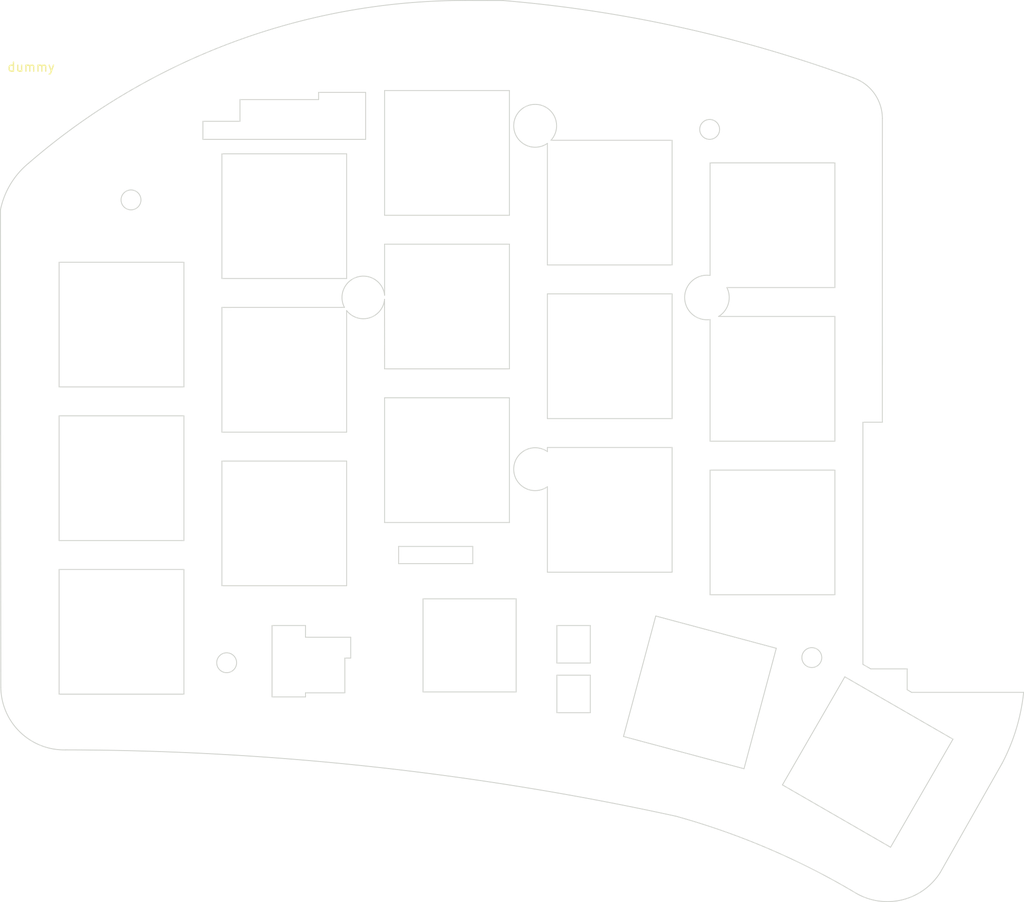
<source format=kicad_pcb>
(kicad_pcb (version 20171130) (host pcbnew 5.1.10)

  (general
    (thickness 1.6)
    (drawings 134)
    (tracks 0)
    (zones 0)
    (modules 1)
    (nets 1)
  )

  (page A4)
  (layers
    (0 F.Cu signal)
    (31 B.Cu signal)
    (32 B.Adhes user)
    (33 F.Adhes user)
    (34 B.Paste user)
    (35 F.Paste user)
    (36 B.SilkS user)
    (37 F.SilkS user)
    (38 B.Mask user)
    (39 F.Mask user)
    (40 Dwgs.User user)
    (41 Cmts.User user)
    (42 Eco1.User user)
    (43 Eco2.User user)
    (44 Edge.Cuts user)
    (45 Margin user)
    (46 B.CrtYd user)
    (47 F.CrtYd user)
    (48 B.Fab user)
    (49 F.Fab user)
  )

  (setup
    (last_trace_width 0.25)
    (trace_clearance 0.2)
    (zone_clearance 0.508)
    (zone_45_only no)
    (trace_min 0.2)
    (via_size 0.8)
    (via_drill 0.4)
    (via_min_size 0.4)
    (via_min_drill 0.3)
    (uvia_size 0.3)
    (uvia_drill 0.1)
    (uvias_allowed no)
    (uvia_min_size 0.2)
    (uvia_min_drill 0.1)
    (edge_width 0.1)
    (segment_width 0.2)
    (pcb_text_width 0.3)
    (pcb_text_size 1.5 1.5)
    (mod_edge_width 0.12)
    (mod_text_size 1 1)
    (mod_text_width 0.1)
    (pad_size 1.524 1.524)
    (pad_drill 0.762)
    (pad_to_mask_clearance 0.05)
    (aux_axis_origin 0 0)
    (visible_elements FFFFFFFF)
    (pcbplotparams
      (layerselection 0x010fc_ffffffff)
      (usegerberextensions false)
      (usegerberattributes true)
      (usegerberadvancedattributes true)
      (creategerberjobfile true)
      (excludeedgelayer true)
      (linewidth 0.100000)
      (plotframeref false)
      (viasonmask false)
      (mode 1)
      (useauxorigin false)
      (hpglpennumber 1)
      (hpglpenspeed 20)
      (hpglpendiameter 15.000000)
      (psnegative false)
      (psa4output false)
      (plotreference false)
      (plotvalue false)
      (plotinvisibletext false)
      (padsonsilk false)
      (subtractmaskfromsilk false)
      (outputformat 1)
      (mirror false)
      (drillshape 0)
      (scaleselection 1)
      (outputdirectory ""))
  )

  (net 0 "")

  (net_class Default "This is the default net class."
    (clearance 0.2)
    (trace_width 0.25)
    (via_dia 0.8)
    (via_drill 0.4)
    (uvia_dia 0.3)
    (uvia_drill 0.1)
  )

  (net_class Power ""
    (clearance 0.2)
    (trace_width 0.3)
    (via_dia 0.8)
    (via_drill 0.4)
    (uvia_dia 0.3)
    (uvia_drill 0.1)
  )

  (module dummy:dummy (layer F.Cu) (tedit 604AAE8F) (tstamp 6068E0E1)
    (at 12 12)
    (fp_text reference dummy (at 0 0.5) (layer F.SilkS)
      (effects (font (size 1 1) (thickness 0.15)))
    )
    (fp_text value dummy (at 0 -0.5) (layer F.Fab)
      (effects (font (size 1 1) (thickness 0.15)))
    )
  )

  (gr_line (start 108.9 81.41) (end 109.39 81.7) (layer Edge.Cuts) (width 0.1) (tstamp 60690DE2))
  (gr_arc (start 48.75 38) (end 51.099999 37.750001) (angle -201.573519) (layer Edge.Cuts) (width 0.1))
  (gr_arc (start 48.75 38) (end 46.900001 39.449999) (angle -137.0467127) (layer Edge.Cuts) (width 0.1))
  (gr_line (start 51.1 32.1) (end 51.1 37.75) (layer Edge.Cuts) (width 0.1))
  (gr_arc (start 67.75 19) (end 69.499999 20.599999) (angle -347.1313833) (layer Edge.Cuts) (width 0.1))
  (gr_arc (start 67.75 57) (end 69.099999 55.050001) (angle -249.3903071) (layer Edge.Cuts) (width 0.1))
  (gr_line (start 69.1 54.6) (end 69.1 55.05) (layer Edge.Cuts) (width 0.1))
  (gr_arc (start 86.75 38) (end 88.039999 40.099999) (angle -84.89944275) (layer Edge.Cuts) (width 0.1))
  (gr_arc (start 86.75 38) (end 87.099999 35.560001) (angle -196.3259486) (layer Edge.Cuts) (width 0.1))
  (gr_line (start 49 15.3) (end 49 20.5) (layer Edge.Cuts) (width 0.1) (tstamp 6069055F))
  (gr_line (start 28.9 68.1) (end 28.9 81.9) (layer Edge.Cuts) (width 0.1) (tstamp 60687389))
  (gr_line (start 28.9 51.1) (end 28.9 64.9) (layer Edge.Cuts) (width 0.1) (tstamp 60687389))
  (gr_arc (start 101.403543 18.190204) (end 106.153543 18.190204) (angle -70.11765915) (layer Edge.Cuts) (width 0.1) (tstamp 6068D5E1))
  (gr_arc (start 51.931484 152.624677) (end 103.018969 13.723337) (angle -15.43081601) (layer Edge.Cuts) (width 0.1) (tstamp 6068D5C5))
  (gr_arc (start 100.190263 79.447367) (end 119.398792 89.551246) (angle -21.79371167) (layer Edge.Cuts) (width 0.1) (tstamp 6068D45D))
  (gr_line (start 119.398792 89.551246) (end 112.550487 101.641178) (layer Edge.Cuts) (width 0.1) (tstamp 6068D449))
  (gr_arc (start 106.708 97.938735) (end 103.2 103.9) (angle -88.11250382) (layer Edge.Cuts) (width 0.1) (tstamp 6068D3EC))
  (gr_arc (start 61.59 173.76) (end 103.2 103.9) (angle -15.27393997) (layer Edge.Cuts) (width 0.1) (tstamp 6068D3B7))
  (gr_arc (start 15.281782 407.025991) (end 83.326703 95.40614) (angle -12.22013042) (layer Edge.Cuts) (width 0.1) (tstamp 6068D376))
  (gr_arc (start 60.008389 78.858139) (end 60.008389 5.128139) (angle -40.89999906) (layer Edge.Cuts) (width 0.1) (tstamp 6068D32E))
  (gr_arc (start 17.48 30.13) (end 11.73435 23.129062) (angle -38.97981394) (layer Edge.Cuts) (width 0.1) (tstamp 6068D2EE))
  (gr_arc (start 15.650037 81.065841) (end 8.650038 81.13584) (angle -90.85844454) (layer Edge.Cuts) (width 0.1) (tstamp 6068D2CC))
  (gr_line (start 64.21927 5.137309) (end 60.008389 5.128139) (layer Edge.Cuts) (width 0.1) (tstamp 6068D287))
  (gr_line (start 106.15 51.8) (end 106.153543 18.190204) (layer Edge.Cuts) (width 0.1) (tstamp 6068D262))
  (gr_line (start 8.609602 28.301979) (end 8.650038 81.13584) (layer Edge.Cuts) (width 0.1) (tstamp 6068D1C3))
  (gr_line (start 104 78.6) (end 104 51.8) (layer Edge.Cuts) (width 0.1))
  (gr_line (start 104.87 79.1) (end 108.9 79.1) (layer Edge.Cuts) (width 0.1))
  (gr_line (start 104 78.6) (end 104.87 79.1) (layer Edge.Cuts) (width 0.1))
  (gr_line (start 31 18.5) (end 31 20.5) (layer Edge.Cuts) (width 0.1) (tstamp 60687A88))
  (gr_line (start 35.1 18.5) (end 31 18.5) (layer Edge.Cuts) (width 0.1))
  (gr_line (start 35.1 16.1) (end 35.1 18.5) (layer Edge.Cuts) (width 0.1))
  (gr_line (start 43.8 16.1) (end 35.1 16.1) (layer Edge.Cuts) (width 0.1))
  (gr_line (start 43.8 15.3) (end 43.8 16.1) (layer Edge.Cuts) (width 0.1))
  (gr_line (start 49 15.3) (end 43.8 15.3) (layer Edge.Cuts) (width 0.1))
  (gr_line (start 95.1 91.94) (end 107.06 98.84) (layer Edge.Cuts) (width 0.1))
  (gr_line (start 102 79.98) (end 95.1 91.94) (layer Edge.Cuts) (width 0.1))
  (gr_line (start 113.96 86.88) (end 102 79.98) (layer Edge.Cuts) (width 0.1))
  (gr_line (start 107.06 98.84) (end 113.96 86.88) (layer Edge.Cuts) (width 0.1))
  (gr_line (start 90.85 90.15) (end 77.52 86.58) (layer Edge.Cuts) (width 0.1) (tstamp 60687832))
  (gr_line (start 94.42 76.82) (end 90.85 90.15) (layer Edge.Cuts) (width 0.1))
  (gr_line (start 81.09 73.25) (end 94.42 76.82) (layer Edge.Cuts) (width 0.1))
  (gr_line (start 77.52 86.58) (end 81.09 73.25) (layer Edge.Cuts) (width 0.1))
  (gr_line (start 121.777119 81.697615) (end 109.39 81.7) (layer Edge.Cuts) (width 0.1) (tstamp 6068769A))
  (gr_line (start 108.9 81.41) (end 108.9 79.1) (layer Edge.Cuts) (width 0.1))
  (gr_line (start 55.35 71.35) (end 55.35 81.65) (layer Edge.Cuts) (width 0.1) (tstamp 606875B6))
  (gr_line (start 65.65 71.35) (end 55.35 71.35) (layer Edge.Cuts) (width 0.1))
  (gr_line (start 65.65 81.65) (end 65.65 71.35) (layer Edge.Cuts) (width 0.1))
  (gr_line (start 55.35 81.65) (end 65.65 81.65) (layer Edge.Cuts) (width 0.1))
  (gr_line (start 70.15 83.95) (end 70.15 79.8) (layer Edge.Cuts) (width 0.1) (tstamp 6068752E))
  (gr_line (start 73.85 83.95) (end 70.15 83.95) (layer Edge.Cuts) (width 0.1))
  (gr_line (start 73.85 79.8) (end 73.85 83.95) (layer Edge.Cuts) (width 0.1))
  (gr_line (start 70.15 79.8) (end 73.85 79.8) (layer Edge.Cuts) (width 0.1))
  (gr_line (start 70.15 78.45) (end 70.15 74.3) (layer Edge.Cuts) (width 0.1) (tstamp 6068752D))
  (gr_line (start 73.85 78.45) (end 70.15 78.45) (layer Edge.Cuts) (width 0.1))
  (gr_line (start 73.85 74.3) (end 73.85 78.45) (layer Edge.Cuts) (width 0.1))
  (gr_line (start 70.15 74.3) (end 73.85 74.3) (layer Edge.Cuts) (width 0.1))
  (gr_line (start 52.65 67.45) (end 52.65 65.55) (layer Edge.Cuts) (width 0.1) (tstamp 6068752C))
  (gr_line (start 60.85 67.45) (end 52.65 67.45) (layer Edge.Cuts) (width 0.1))
  (gr_line (start 60.85 65.55) (end 60.85 67.45) (layer Edge.Cuts) (width 0.1))
  (gr_line (start 52.65 65.55) (end 60.85 65.55) (layer Edge.Cuts) (width 0.1))
  (gr_line (start 38.65 82.2) (end 38.65 74.3) (layer Edge.Cuts) (width 0.1) (tstamp 6068752B))
  (gr_line (start 42.35 82.2) (end 38.65 82.2) (layer Edge.Cuts) (width 0.1))
  (gr_line (start 42.35 81.75) (end 42.35 82.2) (layer Edge.Cuts) (width 0.1))
  (gr_line (start 46.7 81.75) (end 42.35 81.75) (layer Edge.Cuts) (width 0.1))
  (gr_line (start 46.7 77.9) (end 46.7 81.75) (layer Edge.Cuts) (width 0.1))
  (gr_line (start 47.35 77.9) (end 46.7 77.9) (layer Edge.Cuts) (width 0.1))
  (gr_line (start 47.35 75.6) (end 47.35 77.9) (layer Edge.Cuts) (width 0.1))
  (gr_line (start 42.35 75.6) (end 47.35 75.6) (layer Edge.Cuts) (width 0.1))
  (gr_line (start 42.35 74.3) (end 42.35 75.6) (layer Edge.Cuts) (width 0.1))
  (gr_line (start 38.65 74.3) (end 42.35 74.3) (layer Edge.Cuts) (width 0.1))
  (gr_line (start 87.1 35.56) (end 87.1 23.1) (layer Edge.Cuts) (width 0.1) (tstamp 6068748E))
  (gr_line (start 100.9 23.1) (end 100.9 36.9) (layer Edge.Cuts) (width 0.1) (tstamp 6068748D))
  (gr_line (start 87.1 53.9) (end 87.1 40.44) (layer Edge.Cuts) (width 0.1) (tstamp 6068748B))
  (gr_line (start 88.04 40.1) (end 100.9 40.1) (layer Edge.Cuts) (width 0.1) (tstamp 60687489))
  (gr_line (start 100.9 40.1) (end 100.9 53.9) (layer Edge.Cuts) (width 0.1) (tstamp 60687481))
  (gr_line (start 100.9 53.9) (end 87.1 53.9) (layer Edge.Cuts) (width 0.1) (tstamp 6068747B))
  (gr_line (start 87.1 23.1) (end 100.9 23.1) (layer Edge.Cuts) (width 0.1) (tstamp 60687477))
  (gr_line (start 87.1 70.9) (end 87.1 57.1) (layer Edge.Cuts) (width 0.1) (tstamp 60687476))
  (gr_line (start 100.9 57.1) (end 100.9 70.9) (layer Edge.Cuts) (width 0.1) (tstamp 60687475))
  (gr_line (start 100.9 36.9) (end 88.956369 36.901807) (layer Edge.Cuts) (width 0.1) (tstamp 60687471))
  (gr_line (start 87.1 57.1) (end 100.9 57.1) (layer Edge.Cuts) (width 0.1) (tstamp 6068746A))
  (gr_line (start 100.9 70.9) (end 87.1 70.9) (layer Edge.Cuts) (width 0.1) (tstamp 60687468))
  (gr_line (start 69.1 34.4) (end 69.1 20.95) (layer Edge.Cuts) (width 0.1) (tstamp 6068748E))
  (gr_line (start 82.9 20.6) (end 82.9 34.4) (layer Edge.Cuts) (width 0.1) (tstamp 6068748D))
  (gr_line (start 69.1 51.4) (end 69.1 37.6) (layer Edge.Cuts) (width 0.1) (tstamp 6068748B))
  (gr_line (start 69.1 37.6) (end 82.9 37.6) (layer Edge.Cuts) (width 0.1) (tstamp 60687489))
  (gr_line (start 82.9 37.6) (end 82.9 51.4) (layer Edge.Cuts) (width 0.1) (tstamp 60687481))
  (gr_line (start 82.9 51.4) (end 69.1 51.4) (layer Edge.Cuts) (width 0.1) (tstamp 6068747B))
  (gr_line (start 69.5 20.6) (end 82.9 20.6) (layer Edge.Cuts) (width 0.1) (tstamp 60687477))
  (gr_line (start 69.1 68.4) (end 69.1 58.95) (layer Edge.Cuts) (width 0.1) (tstamp 60687476))
  (gr_line (start 82.9 54.6) (end 82.9 68.4) (layer Edge.Cuts) (width 0.1) (tstamp 60687475))
  (gr_line (start 82.9 34.4) (end 69.1 34.4) (layer Edge.Cuts) (width 0.1) (tstamp 60687471))
  (gr_line (start 69.1 54.6) (end 82.9 54.6) (layer Edge.Cuts) (width 0.1) (tstamp 6068746A))
  (gr_line (start 82.9 68.4) (end 69.1 68.4) (layer Edge.Cuts) (width 0.1) (tstamp 60687468))
  (gr_line (start 51.1 28.9) (end 51.1 15.1) (layer Edge.Cuts) (width 0.1) (tstamp 6068748E))
  (gr_line (start 64.9 15.1) (end 64.9 28.9) (layer Edge.Cuts) (width 0.1) (tstamp 6068748D))
  (gr_line (start 51.1 45.9) (end 51.092064 38.199325) (layer Edge.Cuts) (width 0.1) (tstamp 6068748B))
  (gr_line (start 51.1 32.1) (end 64.9 32.1) (layer Edge.Cuts) (width 0.1) (tstamp 60687489))
  (gr_line (start 64.9 32.1) (end 64.9 45.9) (layer Edge.Cuts) (width 0.1) (tstamp 60687481))
  (gr_line (start 64.9 45.9) (end 51.1 45.9) (layer Edge.Cuts) (width 0.1) (tstamp 6068747B))
  (gr_line (start 51.1 15.1) (end 64.9 15.1) (layer Edge.Cuts) (width 0.1) (tstamp 60687477))
  (gr_line (start 51.1 62.9) (end 51.1 49.1) (layer Edge.Cuts) (width 0.1) (tstamp 60687476))
  (gr_line (start 64.9 49.1) (end 64.9 62.9) (layer Edge.Cuts) (width 0.1) (tstamp 60687475))
  (gr_line (start 64.9 28.9) (end 51.1 28.9) (layer Edge.Cuts) (width 0.1) (tstamp 60687471))
  (gr_line (start 51.1 49.1) (end 64.9 49.1) (layer Edge.Cuts) (width 0.1) (tstamp 6068746A))
  (gr_line (start 64.9 62.9) (end 51.1 62.9) (layer Edge.Cuts) (width 0.1) (tstamp 60687468))
  (gr_line (start 33.1 35.9) (end 33.1 22.1) (layer Edge.Cuts) (width 0.1) (tstamp 6068748E))
  (gr_line (start 46.9 22.1) (end 46.9 35.9) (layer Edge.Cuts) (width 0.1) (tstamp 6068748D))
  (gr_line (start 33.1 52.9) (end 33.1 39.1) (layer Edge.Cuts) (width 0.1) (tstamp 6068748B))
  (gr_line (start 33.1 39.1) (end 46.65655 39.096568) (layer Edge.Cuts) (width 0.1) (tstamp 60687489))
  (gr_line (start 31 20.5) (end 49 20.5) (layer Edge.Cuts) (width 0.1) (tstamp 60687483))
  (gr_line (start 46.9 39.45) (end 46.9 52.9) (layer Edge.Cuts) (width 0.1) (tstamp 60687481))
  (gr_line (start 46.9 52.9) (end 33.1 52.9) (layer Edge.Cuts) (width 0.1) (tstamp 6068747B))
  (gr_line (start 33.1 22.1) (end 46.9 22.1) (layer Edge.Cuts) (width 0.1) (tstamp 60687477))
  (gr_line (start 33.1 69.9) (end 33.1 56.1) (layer Edge.Cuts) (width 0.1) (tstamp 60687476))
  (gr_line (start 46.9 56.1) (end 46.9 69.9) (layer Edge.Cuts) (width 0.1) (tstamp 60687475))
  (gr_line (start 46.9 35.9) (end 33.1 35.9) (layer Edge.Cuts) (width 0.1) (tstamp 60687471))
  (gr_line (start 33.1 56.1) (end 46.9 56.1) (layer Edge.Cuts) (width 0.1) (tstamp 6068746A))
  (gr_line (start 46.9 69.9) (end 33.1 69.9) (layer Edge.Cuts) (width 0.1) (tstamp 60687468))
  (gr_line (start 15.1 81.9) (end 15.1 68.1) (layer Edge.Cuts) (width 0.1) (tstamp 6068738A))
  (gr_line (start 15.1 68.1) (end 28.9 68.1) (layer Edge.Cuts) (width 0.1) (tstamp 60687382))
  (gr_line (start 28.9 81.9) (end 15.1 81.9) (layer Edge.Cuts) (width 0.1) (tstamp 60687380))
  (gr_line (start 15.1 64.9) (end 15.1 51.1) (layer Edge.Cuts) (width 0.1) (tstamp 6068738A))
  (gr_line (start 15.1 51.1) (end 28.9 51.1) (layer Edge.Cuts) (width 0.1) (tstamp 60687382))
  (gr_line (start 28.9 64.9) (end 15.1 64.9) (layer Edge.Cuts) (width 0.1) (tstamp 60687380))
  (gr_line (start 15.1 47.9) (end 15.1 34.1) (layer Edge.Cuts) (width 0.1) (tstamp 60687229))
  (gr_line (start 28.9 47.9) (end 15.1 47.9) (layer Edge.Cuts) (width 0.1))
  (gr_line (start 28.9 34.1) (end 28.9 47.9) (layer Edge.Cuts) (width 0.1))
  (gr_line (start 15.1 34.1) (end 28.9 34.1) (layer Edge.Cuts) (width 0.1))
  (gr_circle (center 87.05 19.4) (end 88.15 19.4) (layer Edge.Cuts) (width 0.1))
  (gr_circle (center 23.05 27.2) (end 24.15 27.2) (layer Edge.Cuts) (width 0.1))
  (gr_circle (center 98.35 77.85) (end 99.45 77.85) (layer Edge.Cuts) (width 0.1))
  (gr_circle (center 33.63 78.42) (end 34.73 78.42) (layer Edge.Cuts) (width 0.1))
  (gr_line (start 104 51.8) (end 106.15 51.8) (layer Edge.Cuts) (width 0.1) (tstamp 5EDAB58C))

)

</source>
